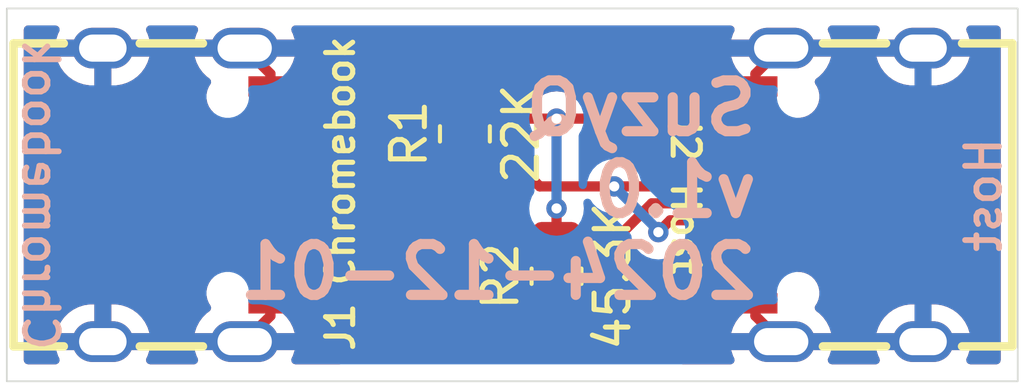
<source format=kicad_pcb>
(kicad_pcb (version 20240108) (generator "pcbnew") (generator_version "8.0")
  (title_block (title "SuzyQ") (date "2024-12-01") (rev "1.0") (company "Willard Korfhage"))
  (layers (0 "F.Cu" signal) (31 "B.Cu" signal) (34 "B.Paste" user) (35 "F.Paste" user) (36 "B.SilkS" user "B.Silkscreen") (37 "F.SilkS" user "F.Silkscreen") (38 "B.Mask" user) (39 "F.Mask" user) (44 "Edge.Cuts" user))
  (net 0 "")
  (net 9 "/SBU2")
  (net 10 "/GND")
  (net 11 "/VBUS")
  (net 12 "/CC2")
  (net 13 "/SBU1")
  (net 14 "/CC1")
  (footprint "Resistor_SMD:R_0805_2012Metric_Pad1.20x1.40mm_HandSolder" (layer "F.Cu") (at 125.2 89.9 90)
    (property "Reference" "R2" (at 0 -1.65 90) (layer "F.SilkS"))
    (property "Value" "45.3K" (at 0 1.65 90) (layer "F.SilkS"))
    (fp_line (start -0.227064 -0.735) (end 0.227064 -0.735) (stroke (width 0.12)) (layer "F.SilkS"))
    (fp_line (start -0.227064 0.735) (end 0.227064 0.735) (stroke (width 0.12)) (layer "F.SilkS"))
    (pad "1" smd roundrect (at -1 0 90) (size 1.2 1.4) (layers "F.Cu" "F.Paste" "F.Mask") (roundrect_rratio 0.208333) (net 12 "/CC2"))
    (pad "2" smd roundrect (at 1 0 90) (size 1.2 1.4) (layers "F.Cu" "F.Paste" "F.Mask") (roundrect_rratio 0.208333) (net 11 "/VBUS"))
  )
  (footprint "LCSC:USB-C_SMD-TYPE-C-31-M-12" (layer "F.Cu") (at 114.3 87.5 -90)
    (property "Reference" "J1" (at 3.9 -4.53 90) (layer "F.SilkS") (effects (font (size 0.8 0.8))))
    (property "Value" "Chromebook" (at -1 -4.53 90) (layer "F.SilkS") (effects (font (size 0.8 0.8))))
    (fp_line (start -4.47 5.1) (end -4.47 3.62) (stroke (width 0.25)) (layer "F.SilkS"))
    (fp_line (start 4.47 5.1) (end -4.47 5.1) (stroke (width 0.25)) (layer "F.SilkS"))
    (fp_line (start 4.47 5.1) (end 4.47 3.62) (stroke (width 0.25)) (layer "F.SilkS"))
    (fp_line (start -4.47 1.38) (end -4.47 -0.48) (stroke (width 0.25)) (layer "F.SilkS"))
    (fp_line (start 4.47 1.38) (end 4.47 -0.48) (stroke (width 0.25)) (layer "F.SilkS"))
    (pad "" np_thru_hole circle (at -2.9 -1.21 270) (size 0.75 0.75) (drill 0.75) (layers "F&B.Cu" "*.Mask"))
    (pad "" np_thru_hole circle (at 2.9 -1.21 270) (size 0.75 0.75) (drill 0.75) (layers "F&B.Cu" "*.Mask"))
    (pad "0" thru_hole oval (at -4.33 -1.71 270) (size 1.2 2) (drill oval 0.799998 1.600022) (layers "*.Cu" "*.Mask") (net 10 "/GND"))
    (pad "1" thru_hole oval (at 4.33 -1.71 270) (size 1.2 2) (drill oval 0.799998 1.599971) (layers "*.Cu" "*.Mask") (net 10 "/GND"))
    (pad "2" thru_hole oval (at 4.33 2.47 270) (size 1.2 1.8) (drill oval 0.799998 1.399997) (layers "*.Cu" "*.Mask") (net 10 "/GND"))
    (pad "3" thru_hole oval (at -4.33 2.47 270) (size 1.2 1.8) (drill oval 0.799998 1.399997) (layers "*.Cu" "*.Mask") (net 10 "/GND"))
    (pad "A1" smd rect (at -3.35 -2.47 270) (size 0.3 1.3) (layers "F.Cu" "F.Paste" "F.Mask") (net 10 "/GND"))
    (pad "A4" smd rect (at -2.55 -2.47 270) (size 0.3 1.3) (layers "F.Cu" "F.Paste" "F.Mask") (net 11 "/VBUS"))
    (pad "A5" smd rect (at -1.25 -2.47 270) (size 0.3 1.3) (layers "F.Cu" "F.Paste" "F.Mask") (net 14 "/CC1"))
    (pad "A6" smd rect (at -0.25 -2.47 270) (size 0.3 1.3) (layers "F.Cu" "F.Paste" "F.Mask"))
    (pad "A7" smd rect (at 0.25 -2.47 270) (size 0.3 1.3) (layers "F.Cu" "F.Paste" "F.Mask"))
    (pad "A8" smd rect (at 1.25 -2.47 270) (size 0.3 1.3) (layers "F.Cu" "F.Paste" "F.Mask") (net 13 "/SBU1"))
    (pad "A9" smd rect (at 2.55 -2.47 270) (size 0.3 1.3) (layers "F.Cu" "F.Paste" "F.Mask") (net 11 "/VBUS"))
    (pad "A12" smd rect (at 3.35 -2.47 270) (size 0.3 1.3) (layers "F.Cu" "F.Paste" "F.Mask") (net 10 "/GND"))
    (pad "B1" smd rect (at 3.05 -2.47 270) (size 0.3 1.3) (layers "F.Cu" "F.Paste" "F.Mask") (net 10 "/GND"))
    (pad "B4" smd rect (at 2.25 -2.47 270) (size 0.3 1.3) (layers "F.Cu" "F.Paste" "F.Mask") (net 11 "/VBUS"))
    (pad "B5" smd rect (at 1.75 -2.47 270) (size 0.3 1.3) (layers "F.Cu" "F.Paste" "F.Mask") (net 12 "/CC2"))
    (pad "B6" smd rect (at 0.75 -2.47 270) (size 0.3 1.3) (layers "F.Cu" "F.Paste" "F.Mask"))
    (pad "B7" smd rect (at -0.75 -2.47 270) (size 0.3 1.3) (layers "F.Cu" "F.Paste" "F.Mask"))
    (pad "B8" smd rect (at -1.75 -2.47 270) (size 0.3 1.3) (layers "F.Cu" "F.Paste" "F.Mask") (net 9 "/SBU2"))
    (pad "B9" smd rect (at -2.25 -2.47 270) (size 0.3 1.3) (layers "F.Cu" "F.Paste" "F.Mask") (net 11 "/VBUS"))
    (pad "B12" smd rect (at -3.05 -2.47 270) (size 0.3 1.3) (layers "F.Cu" "F.Paste" "F.Mask") (net 10 "/GND"))
  )
  (footprint "LCSC:USB-C_SMD-TYPE-C-31-M-12" (layer "F.Cu") (at 133.53 87.5 90)
    (property "Reference" "J2" (at 1.7 -4.53 -90) (layer "F.SilkS") (effects (font (size 0.8 0.8))))
    (property "Value" "Host" (at -1 -4.53 -90) (layer "F.SilkS") (effects (font (size 0.8 0.8))))
    (fp_line (start 4.47 1.38) (end 4.47 -0.48) (stroke (width 0.25)) (layer "F.SilkS"))
    (fp_line (start -4.47 1.38) (end -4.47 -0.48) (stroke (width 0.25)) (layer "F.SilkS"))
    (fp_line (start 4.47 5.1) (end 4.47 3.62) (stroke (width 0.25)) (layer "F.SilkS"))
    (fp_line (start 4.47 5.1) (end -4.47 5.1) (stroke (width 0.25)) (layer "F.SilkS"))
    (fp_line (start -4.47 5.1) (end -4.47 3.62) (stroke (width 0.25)) (layer "F.SilkS"))
    (pad "" np_thru_hole circle (at -2.9 -1.21 90) (size 0.75 0.75) (drill 0.75) (layers "F&B.Cu" "*.Mask"))
    (pad "" np_thru_hole circle (at 2.9 -1.21 90) (size 0.75 0.75) (drill 0.75) (layers "F&B.Cu" "*.Mask"))
    (pad "0" thru_hole oval (at -4.33 -1.71 90) (size 1.2 2) (drill oval 0.799998 1.600022) (layers "*.Cu" "*.Mask") (net 10 "/GND"))
    (pad "1" thru_hole oval (at 4.33 -1.71 90) (size 1.2 2) (drill oval 0.799998 1.599971) (layers "*.Cu" "*.Mask") (net 10 "/GND"))
    (pad "2" thru_hole oval (at 4.33 2.47 90) (size 1.2 1.8) (drill oval 0.799998 1.399997) (layers "*.Cu" "*.Mask") (net 10 "/GND"))
    (pad "3" thru_hole oval (at -4.33 2.47 90) (size 1.2 1.8) (drill oval 0.799998 1.399997) (layers "*.Cu" "*.Mask") (net 10 "/GND"))
    (pad "A1" smd rect (at -3.35 -2.47 90) (size 0.3 1.3) (layers "F.Cu" "F.Paste" "F.Mask") (net 10 "/GND"))
    (pad "A4" smd rect (at -2.55 -2.47 90) (size 0.3 1.3) (layers "F.Cu" "F.Paste" "F.Mask") (net 11 "/VBUS"))
    (pad "A5" smd rect (at -1.25 -2.47 90) (size 0.3 1.3) (layers "F.Cu" "F.Paste" "F.Mask"))
    (pad "A6" smd rect (at -0.25 -2.47 90) (size 0.3 1.3) (layers "F.Cu" "F.Paste" "F.Mask") (net 13 "/SBU1"))
    (pad "A7" smd rect (at 0.25 -2.47 90) (size 0.3 1.3) (layers "F.Cu" "F.Paste" "F.Mask") (net 9 "/SBU2"))
    (pad "A8" smd rect (at 1.25 -2.47 90) (size 0.3 1.3) (layers "F.Cu" "F.Paste" "F.Mask"))
    (pad "A9" smd rect (at 2.55 -2.47 90) (size 0.3 1.3) (layers "F.Cu" "F.Paste" "F.Mask") (net 11 "/VBUS"))
    (pad "A12" smd rect (at 3.35 -2.47 90) (size 0.3 1.3) (layers "F.Cu" "F.Paste" "F.Mask") (net 10 "/GND"))
    (pad "B1" smd rect (at 3.05 -2.47 90) (size 0.3 1.3) (layers "F.Cu" "F.Paste" "F.Mask") (net 10 "/GND"))
    (pad "B4" smd rect (at 2.25 -2.47 90) (size 0.3 1.3) (layers "F.Cu" "F.Paste" "F.Mask") (net 11 "/VBUS"))
    (pad "B5" smd rect (at 1.75 -2.47 90) (size 0.3 1.3) (layers "F.Cu" "F.Paste" "F.Mask"))
    (pad "B6" smd rect (at 0.75 -2.47 90) (size 0.3 1.3) (layers "F.Cu" "F.Paste" "F.Mask") (net 13 "/SBU1"))
    (pad "B7" smd rect (at -0.75 -2.47 90) (size 0.3 1.3) (layers "F.Cu" "F.Paste" "F.Mask") (net 9 "/SBU2"))
    (pad "B8" smd rect (at -1.75 -2.47 90) (size 0.3 1.3) (layers "F.Cu" "F.Paste" "F.Mask"))
    (pad "B9" smd rect (at -2.25 -2.47 90) (size 0.3 1.3) (layers "F.Cu" "F.Paste" "F.Mask") (net 11 "/VBUS"))
    (pad "B12" smd rect (at -3.05 -2.47 90) (size 0.3 1.3) (layers "F.Cu" "F.Paste" "F.Mask") (net 10 "/GND"))
  )
  (footprint "Resistor_SMD:R_0805_2012Metric_Pad1.20x1.40mm_HandSolder" (layer "F.Cu") (at 122.5 85.7 90)
    (property "Reference" "R1" (at 0 -1.65 90) (layer "F.SilkS"))
    (property "Value" "22K" (at 0 1.65 90) (layer "F.SilkS"))
    (fp_line (start -0.227064 -0.735) (end 0.227064 -0.735) (stroke (width 0.12)) (layer "F.SilkS"))
    (fp_line (start -0.227064 0.735) (end 0.227064 0.735) (stroke (width 0.12)) (layer "F.SilkS"))
    (pad "1" smd roundrect (at -1 0 90) (size 1.2 1.4) (layers "F.Cu" "F.Paste" "F.Mask") (roundrect_rratio 0.208333) (net 14 "/CC1"))
    (pad "2" smd roundrect (at 1 0 90) (size 1.2 1.4) (layers "F.Cu" "F.Paste" "F.Mask") (roundrect_rratio 0.208333) (net 11 "/VBUS"))
  )
  (gr_rect (start 109 93) (end 138.79 82) (stroke (width 0.05)) (fill none) (layer "Edge.Cuts"))
  (gr_text "Chromebook" (at 109.4 87.5 -90) (layer "B.SilkS") (effects (font (size 1 1) (thickness 0.17) (bold yes)) (justify bottom mirror)))
  (gr_text "SuzyQ\nv1.0\n2024-12-01" (at 131.25 90.65 0) (layer "B.SilkS") (effects (font (size 1.5 1.5) (thickness 0.3) (bold yes)) (justify left bottom mirror)))
  (gr_text "Host" (at 138.37 87.5 90) (layer "B.SilkS") (effects (font (size 1 1) (thickness 0.17) (bold yes)) (justify bottom mirror)))
  (segment (start 128.55 88.25) (end 128.2 88.6) (width 0.3) (layer "F.Cu") (net 9))
  (segment (start 126.9 87.25) (end 131.06 87.25) (width 0.3) (layer "F.Cu") (net 9))
  (segment (start 124.705456 87.25) (end 126.9 87.25) (width 0.3) (layer "F.Cu") (net 9))
  (segment (start 123.205456 85.75) (end 124.705456 87.25) (width 0.3) (layer "F.Cu") (net 9))
  (segment (start 131.06 88.25) (end 128.55 88.25) (width 0.3) (layer "F.Cu") (net 9))
  (segment (start 116.77 85.75) (end 123.205456 85.75) (width 0.3) (layer "F.Cu") (net 9))
  (via (at 128.2 88.6) (size 0.6) (drill 0.3) (layers "F.Cu" "B.Cu") (net 9))
  (via (at 126.9 87.25) (size 0.6) (drill 0.3) (layers "F.Cu" "B.Cu") (net 9))
  (segment (start 128.2 88.6) (end 128.2 88.55) (width 0.3) (layer "B.Cu") (net 9))
  (segment (start 128.2 88.55) (end 126.9 87.25) (width 0.3) (layer "B.Cu") (net 9))
  (segment (start 116.77 83.93) (end 116.01 83.17) (width 0.3) (layer "F.Cu") (net 10))
  (segment (start 116.77 90.85) (end 116.77 91.07) (width 0.3) (layer "F.Cu") (net 10))
  (segment (start 116.77 84.45) (end 116.77 84.15) (width 0.3) (layer "F.Cu") (net 10))
  (segment (start 131.06 91.07) (end 131.82 91.83) (width 0.3) (layer "F.Cu") (net 10))
  (segment (start 131.06 83.93) (end 131.82 83.17) (width 0.3) (layer "F.Cu") (net 10))
  (segment (start 116.77 90.55) (end 116.77 90.85) (width 0.3) (layer "F.Cu") (net 10))
  (segment (start 131.06 84.45) (end 131.06 83.93) (width 0.3) (layer "F.Cu") (net 10))
  (segment (start 131.06 90.55) (end 131.06 90.85) (width 0.3) (layer "F.Cu") (net 10))
  (segment (start 116.77 84.15) (end 116.77 83.93) (width 0.3) (layer "F.Cu") (net 10))
  (segment (start 131.06 90.55) (end 131.06 91.07) (width 0.3) (layer "F.Cu") (net 10))
  (segment (start 131.06 84.15) (end 131.06 84.45) (width 0.3) (layer "F.Cu") (net 10))
  (segment (start 116.77 91.07) (end 116.01 91.83) (width 0.3) (layer "F.Cu") (net 10))
  (segment (start 119.37 91.85) (end 128.35 91.85) (width 0.3) (layer "F.Cu") (net 11))
  (segment (start 116.77 89.75) (end 117.27 89.75) (width 0.3) (layer "F.Cu") (net 11))
  (segment (start 117.27 89.75) (end 119.37 91.85) (width 0.3) (layer "F.Cu") (net 11))
  (segment (start 125.2 88.9) (end 125.2 87.9) (width 0.3) (layer "F.Cu") (net 11))
  (segment (start 131.06 85.25) (end 123.05 85.25) (width 0.3) (layer "F.Cu") (net 11))
  (segment (start 121.95 85.25) (end 116.77 85.25) (width 0.3) (layer "F.Cu") (net 11))
  (segment (start 116.77 89.75) (end 116.77 90.05) (width 0.3) (layer "F.Cu") (net 11))
  (segment (start 122.5 84.7) (end 121.95 85.25) (width 0.3) (layer "F.Cu") (net 11))
  (segment (start 123.05 85.25) (end 122.5 84.7) (width 0.3) (layer "F.Cu") (net 11))
  (segment (start 115.4 89.193984) (end 115.4 85.806016) (width 0.3) (layer "F.Cu") (net 11))
  (segment (start 130.45 89.75) (end 131.06 89.75) (width 0.3) (layer "F.Cu") (net 11))
  (segment (start 115.4 85.806016) (end 115.956016 85.25) (width 0.3) (layer "F.Cu") (net 11))
  (segment (start 131.06 84.95) (end 131.06 85.25) (width 0.3) (layer "F.Cu") (net 11))
  (segment (start 116.77 89.75) (end 115.956016 89.75) (width 0.3) (layer "F.Cu") (net 11))
  (segment (start 115.956016 85.25) (end 116.77 85.25) (width 0.3) (layer "F.Cu") (net 11))
  (segment (start 131.06 90.05) (end 131.06 89.75) (width 0.3) (layer "F.Cu") (net 11))
  (segment (start 128.35 91.85) (end 130.45 89.75) (width 0.3) (layer "F.Cu") (net 11))
  (segment (start 116.77 85.25) (end 116.77 84.95) (width 0.3) (layer "F.Cu") (net 11))
  (segment (start 115.956016 89.75) (end 115.4 89.193984) (width 0.3) (layer "F.Cu") (net 11))
  (via (at 125.2 87.9) (size 0.6) (drill 0.3) (layers "F.Cu" "B.Cu") (net 11))
  (via (at 125.2 85.25) (size 0.6) (drill 0.3) (layers "F.Cu" "B.Cu") (net 11))
  (segment (start 125.2 87.9) (end 125.2 85.25) (width 0.3) (layer "B.Cu") (net 11))
  (segment (start 121.942894 89.25) (end 123.592894 90.9) (width 0.3) (layer "F.Cu") (net 12))
  (segment (start 116.77 89.25) (end 121.942894 89.25) (width 0.3) (layer "F.Cu") (net 12))
  (segment (start 123.592894 90.9) (end 125.2 90.9) (width 0.3) (layer "F.Cu") (net 12))
  (segment (start 132.06 87.75) (end 131.06 87.75) (width 0.3) (layer "F.Cu") (net 13))
  (segment (start 123.3 89.9) (end 122.15 88.75) (width 0.3) (layer "F.Cu") (net 13))
  (segment (start 122.15 88.75) (end 116.77 88.75) (width 0.3) (layer "F.Cu") (net 13))
  (segment (start 128.005456 87.75) (end 125.855456 89.9) (width 0.3) (layer "F.Cu") (net 13))
  (segment (start 132.06 86.75) (end 132.3 86.99) (width 0.3) (layer "F.Cu") (net 13))
  (segment (start 132.3 87.51) (end 132.06 87.75) (width 0.3) (layer "F.Cu") (net 13))
  (segment (start 125.855456 89.9) (end 123.3 89.9) (width 0.3) (layer "F.Cu") (net 13))
  (segment (start 131.06 87.75) (end 128.005456 87.75) (width 0.3) (layer "F.Cu") (net 13))
  (segment (start 131.06 86.75) (end 132.06 86.75) (width 0.3) (layer "F.Cu") (net 13))
  (segment (start 132.3 86.99) (end 132.3 87.51) (width 0.3) (layer "F.Cu") (net 13))
  (segment (start 116.77 86.25) (end 122.05 86.25) (width 0.3) (layer "F.Cu") (net 14))
  (segment (start 122.05 86.25) (end 122.5 86.7) (width 0.3) (layer "F.Cu") (net 14))
  (zone (net 10) (net_name "/GND") (layers "F&B.Cu") (connect_pads thru_hole_only (clearance 0.5)) (min_thickness 0.25) (fill yes (thermal_gap 0.5) (thermal_bridge_width 0.5))
    (polygon (pts (xy 108.8 93.3) (xy 108.8 81.75) (xy 139 81.75) (xy 139 93.3)))
  )
)
</source>
